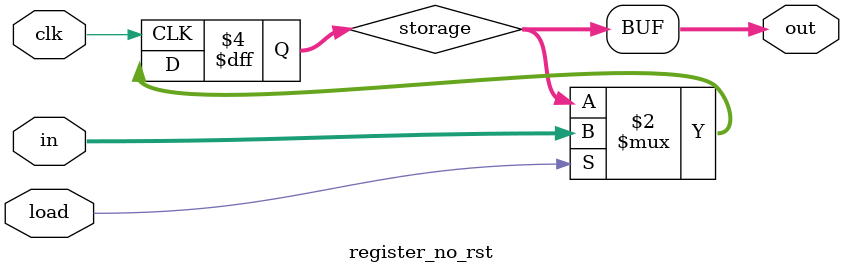
<source format=sv>
module register_no_rst #(
    parameter WIDTH = 32
) (
    input logic clk, 

    /* If load = 1, the register will load the value */
    input logic load,
    input logic[WIDTH-1:0] in,

    output logic[WIDTH-1:0] out
);

logic[WIDTH-1:0] storage;
assign out = storage;

always_ff @(posedge clk) begin
    if (load) begin
        storage <= in;
    end
end
    
endmodule
</source>
